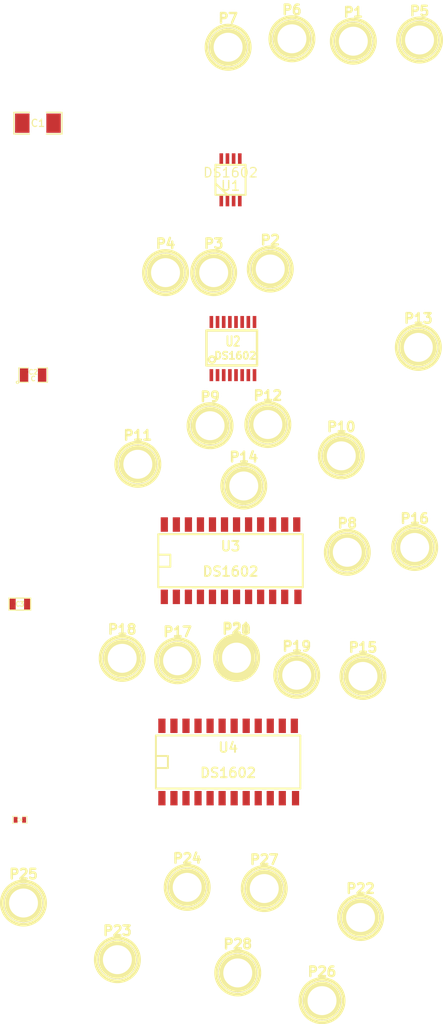
<source format=kicad_pcb>
(kicad_pcb (version 3) (host pcbnew "(2013-07-07 BZR 4022)-stable")

  (general
    (links 42)
    (no_connects 42)
    (area 155.880999 95.682999 211.911001 140.537001)
    (thickness 1.6)
    (drawings 0)
    (tracks 0)
    (zones 0)
    (modules 36)
    (nets 27)
  )

  (page A3)
  (layers
    (15 F.Cu signal)
    (0 B.Cu signal)
    (16 B.Adhes user)
    (17 F.Adhes user)
    (18 B.Paste user)
    (19 F.Paste user)
    (20 B.SilkS user)
    (21 F.SilkS user)
    (22 B.Mask user)
    (23 F.Mask user)
    (24 Dwgs.User user)
    (25 Cmts.User user)
    (26 Eco1.User user)
    (27 Eco2.User user)
    (28 Edge.Cuts user)
  )

  (setup
    (last_trace_width 0.254)
    (trace_clearance 0.254)
    (zone_clearance 0.508)
    (zone_45_only no)
    (trace_min 0.254)
    (segment_width 0.2)
    (edge_width 0.15)
    (via_size 0.889)
    (via_drill 0.635)
    (via_min_size 0.889)
    (via_min_drill 0.508)
    (uvia_size 0.508)
    (uvia_drill 0.127)
    (uvias_allowed no)
    (uvia_min_size 0.508)
    (uvia_min_drill 0.127)
    (pcb_text_width 0.3)
    (pcb_text_size 1 1)
    (mod_edge_width 0.15)
    (mod_text_size 1 1)
    (mod_text_width 0.15)
    (pad_size 1 1)
    (pad_drill 0.6)
    (pad_to_mask_clearance 0)
    (aux_axis_origin 0 0)
    (visible_elements 7FFFFFFF)
    (pcbplotparams
      (layerselection 3178497)
      (usegerberextensions true)
      (excludeedgelayer true)
      (linewidth 0.150000)
      (plotframeref false)
      (viasonmask false)
      (mode 1)
      (useauxorigin false)
      (hpglpennumber 1)
      (hpglpenspeed 20)
      (hpglpendiameter 15)
      (hpglpenoverlay 2)
      (psnegative false)
      (psa4output false)
      (plotreference true)
      (plotvalue true)
      (plotothertext true)
      (plotinvisibletext false)
      (padsonsilk false)
      (subtractmaskfromsilk false)
      (outputformat 1)
      (mirror false)
      (drillshape 1)
      (scaleselection 1)
      (outputdirectory ""))
  )

  (net 0 "")
  (net 1 GND)
  (net 2 N-000001)
  (net 3 N-0000010)
  (net 4 N-0000011)
  (net 5 N-0000012)
  (net 6 N-0000013)
  (net 7 N-0000014)
  (net 8 N-0000016)
  (net 9 N-0000017)
  (net 10 N-0000018)
  (net 11 N-000002)
  (net 12 N-0000020)
  (net 13 N-0000021)
  (net 14 N-0000022)
  (net 15 N-0000023)
  (net 16 N-0000024)
  (net 17 N-0000025)
  (net 18 N-0000026)
  (net 19 N-000003)
  (net 20 N-000004)
  (net 21 N-000005)
  (net 22 N-000006)
  (net 23 N-000007)
  (net 24 N-000008)
  (net 25 N-000009)
  (net 26 VCC)

  (net_class Default "This is the default net class."
    (clearance 0.254)
    (trace_width 0.254)
    (via_dia 0.889)
    (via_drill 0.635)
    (uvia_dia 0.508)
    (uvia_drill 0.127)
    (add_net "")
    (add_net GND)
    (add_net N-000001)
    (add_net N-0000010)
    (add_net N-0000011)
    (add_net N-0000012)
    (add_net N-0000013)
    (add_net N-0000014)
    (add_net N-0000016)
    (add_net N-0000017)
    (add_net N-0000018)
    (add_net N-000002)
    (add_net N-0000020)
    (add_net N-0000021)
    (add_net N-0000022)
    (add_net N-0000023)
    (add_net N-0000024)
    (add_net N-0000025)
    (add_net N-0000026)
    (add_net N-000003)
    (add_net N-000004)
    (add_net N-000005)
    (add_net N-000006)
    (add_net N-000007)
    (add_net N-000008)
    (add_net N-000009)
    (add_net VCC)
  )

  (module TSSOP16 (layer F.Cu) (tedit 4E43E09E) (tstamp 52E4C7B0)
    (at 144.78 87.249)
    (path /52E4B9A0)
    (attr smd)
    (fp_text reference U2 (at 0 -0.7493) (layer F.SilkS)
      (effects (font (size 1.016 0.762) (thickness 0.1905)))
    )
    (fp_text value DS1602 (at 0.24892 0.7493) (layer F.SilkS)
      (effects (font (size 0.762 0.762) (thickness 0.1905)))
    )
    (fp_line (start -2.794 -1.905) (end 2.54 -1.905) (layer F.SilkS) (width 0.254))
    (fp_line (start 2.54 -1.905) (end 2.54 1.778) (layer F.SilkS) (width 0.254))
    (fp_line (start 2.54 1.778) (end -2.794 1.778) (layer F.SilkS) (width 0.254))
    (fp_line (start -2.794 1.778) (end -2.794 -1.905) (layer F.SilkS) (width 0.254))
    (fp_circle (center -2.20218 1.15824) (end -2.40538 1.41224) (layer F.SilkS) (width 0.254))
    (pad 1 smd rect (at -2.27584 2.79908) (size 0.381 1.27)
      (layers F.Cu F.Paste F.Mask)
      (net 20 N-000004)
    )
    (pad 2 smd rect (at -1.6256 2.79908) (size 0.381 1.27)
      (layers F.Cu F.Paste F.Mask)
      (net 14 N-0000022)
    )
    (pad 3 smd rect (at -0.97536 2.79908) (size 0.381 1.27)
      (layers F.Cu F.Paste F.Mask)
      (net 21 N-000005)
    )
    (pad 4 smd rect (at -0.32512 2.79908) (size 0.381 1.27)
      (layers F.Cu F.Paste F.Mask)
      (net 1 GND)
    )
    (pad 5 smd rect (at 0.32512 2.79908) (size 0.381 1.27)
      (layers F.Cu F.Paste F.Mask)
      (net 16 N-0000024)
    )
    (pad 6 smd rect (at 0.97536 2.79908) (size 0.381 1.27)
      (layers F.Cu F.Paste F.Mask)
      (net 19 N-000003)
    )
    (pad 7 smd rect (at 1.6256 2.79908) (size 0.381 1.27)
      (layers F.Cu F.Paste F.Mask)
      (net 2 N-000001)
    )
    (pad 8 smd rect (at 2.27584 2.79908) (size 0.381 1.27)
      (layers F.Cu F.Paste F.Mask)
      (net 16 N-0000024)
    )
    (pad 9 smd rect (at 2.27584 -2.79908) (size 0.381 1.27)
      (layers F.Cu F.Paste F.Mask)
    )
    (pad 10 smd rect (at 1.6256 -2.79908) (size 0.381 1.27)
      (layers F.Cu F.Paste F.Mask)
    )
    (pad 11 smd rect (at 0.97536 -2.79908) (size 0.381 1.27)
      (layers F.Cu F.Paste F.Mask)
    )
    (pad 12 smd rect (at 0.32512 -2.79908) (size 0.381 1.27)
      (layers F.Cu F.Paste F.Mask)
    )
    (pad 13 smd rect (at -0.32512 -2.79908) (size 0.381 1.27)
      (layers F.Cu F.Paste F.Mask)
    )
    (pad 14 smd rect (at -0.97536 -2.79908) (size 0.381 1.27)
      (layers F.Cu F.Paste F.Mask)
    )
    (pad 15 smd rect (at -1.6256 -2.79908) (size 0.381 1.27)
      (layers F.Cu F.Paste F.Mask)
    )
    (pad 16 smd rect (at -2.27584 -2.79908) (size 0.381 1.27)
      (layers F.Cu F.Paste F.Mask)
    )
    (model smd\smd_dil\tssop-16.wrl
      (at (xyz 0 0 0))
      (scale (xyz 1 1 1))
      (rotate (xyz 0 0 0))
    )
  )

  (module SOIC24 (layer F.Cu) (tedit 4289BEAB) (tstamp 52E4C7D3)
    (at 144.272 130.81)
    (path /52E4B9B7)
    (attr smd)
    (fp_text reference U4 (at 0 -1.524) (layer F.SilkS)
      (effects (font (size 1.016 1.016) (thickness 0.2032)))
    )
    (fp_text value DS1602 (at 0 1.143) (layer F.SilkS)
      (effects (font (size 1.016 1.016) (thickness 0.2032)))
    )
    (fp_line (start 7.62 -2.794) (end 7.62 2.794) (layer F.SilkS) (width 0.2032))
    (fp_line (start -7.62 -2.794) (end -7.62 2.794) (layer F.SilkS) (width 0.2032))
    (fp_line (start 7.62 -2.794) (end -7.62 -2.794) (layer F.SilkS) (width 0.2032))
    (fp_line (start -7.62 -0.635) (end -6.35 -0.635) (layer F.SilkS) (width 0.2032))
    (fp_line (start -6.35 -0.635) (end -6.35 0.635) (layer F.SilkS) (width 0.2032))
    (fp_line (start -6.35 0.635) (end -7.62 0.635) (layer F.SilkS) (width 0.2032))
    (fp_line (start -7.62 2.794) (end 7.62 2.794) (layer F.SilkS) (width 0.2032))
    (pad 1 smd rect (at -6.985 3.81) (size 0.762 1.524)
      (layers F.Cu F.Paste F.Mask)
      (net 6 N-0000013)
    )
    (pad 2 smd rect (at -5.715 3.81) (size 0.762 1.524)
      (layers F.Cu F.Paste F.Mask)
      (net 25 N-000009)
    )
    (pad 3 smd rect (at -4.445 3.81) (size 0.762 1.524)
      (layers F.Cu F.Paste F.Mask)
      (net 7 N-0000014)
    )
    (pad 4 smd rect (at -3.175 3.81) (size 0.762 1.524)
      (layers F.Cu F.Paste F.Mask)
      (net 1 GND)
    )
    (pad 5 smd rect (at -1.905 3.81) (size 0.762 1.524)
      (layers F.Cu F.Paste F.Mask)
      (net 18 N-0000026)
    )
    (pad 6 smd rect (at -0.635 3.81) (size 0.762 1.524)
      (layers F.Cu F.Paste F.Mask)
      (net 4 N-0000011)
    )
    (pad 7 smd rect (at 0.635 3.81) (size 0.762 1.524)
      (layers F.Cu F.Paste F.Mask)
      (net 5 N-0000012)
    )
    (pad 8 smd rect (at 1.905 3.81) (size 0.762 1.524)
      (layers F.Cu F.Paste F.Mask)
      (net 18 N-0000026)
    )
    (pad 9 smd rect (at 3.175 3.81) (size 0.762 1.524)
      (layers F.Cu F.Paste F.Mask)
    )
    (pad 10 smd rect (at 4.445 3.81) (size 0.762 1.524)
      (layers F.Cu F.Paste F.Mask)
    )
    (pad 11 smd rect (at 5.715 3.81) (size 0.762 1.524)
      (layers F.Cu F.Paste F.Mask)
    )
    (pad 12 smd rect (at 7.112 3.81) (size 0.762 1.524)
      (layers F.Cu F.Paste F.Mask)
    )
    (pad 24 smd rect (at -6.985 -3.81) (size 0.762 1.524)
      (layers F.Cu F.Paste F.Mask)
    )
    (pad 23 smd rect (at -5.715 -3.81) (size 0.762 1.524)
      (layers F.Cu F.Paste F.Mask)
    )
    (pad 22 smd rect (at -4.445 -3.81) (size 0.762 1.524)
      (layers F.Cu F.Paste F.Mask)
    )
    (pad 21 smd rect (at -3.175 -3.81) (size 0.762 1.524)
      (layers F.Cu F.Paste F.Mask)
    )
    (pad 20 smd rect (at -1.905 -3.81) (size 0.762 1.524)
      (layers F.Cu F.Paste F.Mask)
    )
    (pad 19 smd rect (at -0.635 -3.81) (size 0.762 1.524)
      (layers F.Cu F.Paste F.Mask)
    )
    (pad 18 smd rect (at 0.635 -3.81) (size 0.762 1.524)
      (layers F.Cu F.Paste F.Mask)
    )
    (pad 17 smd rect (at 1.905 -3.81) (size 0.762 1.524)
      (layers F.Cu F.Paste F.Mask)
    )
    (pad 16 smd rect (at 3.175 -3.81) (size 0.762 1.524)
      (layers F.Cu F.Paste F.Mask)
    )
    (pad 15 smd rect (at 4.445 -3.81) (size 0.762 1.524)
      (layers F.Cu F.Paste F.Mask)
    )
    (pad 14 smd rect (at 5.715 -3.81) (size 0.762 1.524)
      (layers F.Cu F.Paste F.Mask)
    )
    (pad 13 smd rect (at 6.985 -3.81) (size 0.762 1.524)
      (layers F.Cu F.Paste F.Mask)
    )
    (model smd/cms_soj24.wrl
      (at (xyz 0 0 0))
      (scale (xyz 0.5 0.6 0.5))
      (rotate (xyz 0 0 0))
    )
  )

  (module SOIC24 (layer F.Cu) (tedit 4289BEAB) (tstamp 52E4C7F6)
    (at 144.526 109.601)
    (path /52E4B9C5)
    (attr smd)
    (fp_text reference U3 (at 0 -1.524) (layer F.SilkS)
      (effects (font (size 1.016 1.016) (thickness 0.2032)))
    )
    (fp_text value DS1602 (at 0 1.143) (layer F.SilkS)
      (effects (font (size 1.016 1.016) (thickness 0.2032)))
    )
    (fp_line (start 7.62 -2.794) (end 7.62 2.794) (layer F.SilkS) (width 0.2032))
    (fp_line (start -7.62 -2.794) (end -7.62 2.794) (layer F.SilkS) (width 0.2032))
    (fp_line (start 7.62 -2.794) (end -7.62 -2.794) (layer F.SilkS) (width 0.2032))
    (fp_line (start -7.62 -0.635) (end -6.35 -0.635) (layer F.SilkS) (width 0.2032))
    (fp_line (start -6.35 -0.635) (end -6.35 0.635) (layer F.SilkS) (width 0.2032))
    (fp_line (start -6.35 0.635) (end -7.62 0.635) (layer F.SilkS) (width 0.2032))
    (fp_line (start -7.62 2.794) (end 7.62 2.794) (layer F.SilkS) (width 0.2032))
    (pad 1 smd rect (at -6.985 3.81) (size 0.762 1.524)
      (layers F.Cu F.Paste F.Mask)
      (net 24 N-000008)
    )
    (pad 2 smd rect (at -5.715 3.81) (size 0.762 1.524)
      (layers F.Cu F.Paste F.Mask)
      (net 3 N-0000010)
    )
    (pad 3 smd rect (at -4.445 3.81) (size 0.762 1.524)
      (layers F.Cu F.Paste F.Mask)
      (net 23 N-000007)
    )
    (pad 4 smd rect (at -3.175 3.81) (size 0.762 1.524)
      (layers F.Cu F.Paste F.Mask)
      (net 1 GND)
    )
    (pad 5 smd rect (at -1.905 3.81) (size 0.762 1.524)
      (layers F.Cu F.Paste F.Mask)
      (net 17 N-0000025)
    )
    (pad 6 smd rect (at -0.635 3.81) (size 0.762 1.524)
      (layers F.Cu F.Paste F.Mask)
      (net 11 N-000002)
    )
    (pad 7 smd rect (at 0.635 3.81) (size 0.762 1.524)
      (layers F.Cu F.Paste F.Mask)
      (net 22 N-000006)
    )
    (pad 8 smd rect (at 1.905 3.81) (size 0.762 1.524)
      (layers F.Cu F.Paste F.Mask)
      (net 17 N-0000025)
    )
    (pad 9 smd rect (at 3.175 3.81) (size 0.762 1.524)
      (layers F.Cu F.Paste F.Mask)
    )
    (pad 10 smd rect (at 4.445 3.81) (size 0.762 1.524)
      (layers F.Cu F.Paste F.Mask)
    )
    (pad 11 smd rect (at 5.715 3.81) (size 0.762 1.524)
      (layers F.Cu F.Paste F.Mask)
    )
    (pad 12 smd rect (at 7.112 3.81) (size 0.762 1.524)
      (layers F.Cu F.Paste F.Mask)
    )
    (pad 24 smd rect (at -6.985 -3.81) (size 0.762 1.524)
      (layers F.Cu F.Paste F.Mask)
    )
    (pad 23 smd rect (at -5.715 -3.81) (size 0.762 1.524)
      (layers F.Cu F.Paste F.Mask)
    )
    (pad 22 smd rect (at -4.445 -3.81) (size 0.762 1.524)
      (layers F.Cu F.Paste F.Mask)
    )
    (pad 21 smd rect (at -3.175 -3.81) (size 0.762 1.524)
      (layers F.Cu F.Paste F.Mask)
    )
    (pad 20 smd rect (at -1.905 -3.81) (size 0.762 1.524)
      (layers F.Cu F.Paste F.Mask)
    )
    (pad 19 smd rect (at -0.635 -3.81) (size 0.762 1.524)
      (layers F.Cu F.Paste F.Mask)
    )
    (pad 18 smd rect (at 0.635 -3.81) (size 0.762 1.524)
      (layers F.Cu F.Paste F.Mask)
    )
    (pad 17 smd rect (at 1.905 -3.81) (size 0.762 1.524)
      (layers F.Cu F.Paste F.Mask)
    )
    (pad 16 smd rect (at 3.175 -3.81) (size 0.762 1.524)
      (layers F.Cu F.Paste F.Mask)
    )
    (pad 15 smd rect (at 4.445 -3.81) (size 0.762 1.524)
      (layers F.Cu F.Paste F.Mask)
    )
    (pad 14 smd rect (at 5.715 -3.81) (size 0.762 1.524)
      (layers F.Cu F.Paste F.Mask)
    )
    (pad 13 smd rect (at 6.985 -3.81) (size 0.762 1.524)
      (layers F.Cu F.Paste F.Mask)
    )
    (model smd/cms_soj24.wrl
      (at (xyz 0 0 0))
      (scale (xyz 0.5 0.6 0.5))
      (rotate (xyz 0 0 0))
    )
  )

  (module SM1206 (layer F.Cu) (tedit 42806E24) (tstamp 52E4C802)
    (at 124.206 63.5)
    (path /52E4BB5C)
    (attr smd)
    (fp_text reference C1 (at 0 0) (layer F.SilkS)
      (effects (font (size 0.762 0.762) (thickness 0.127)))
    )
    (fp_text value C (at 0 0) (layer F.SilkS) hide
      (effects (font (size 0.762 0.762) (thickness 0.127)))
    )
    (fp_line (start -2.54 -1.143) (end -2.54 1.143) (layer F.SilkS) (width 0.127))
    (fp_line (start -2.54 1.143) (end -0.889 1.143) (layer F.SilkS) (width 0.127))
    (fp_line (start 0.889 -1.143) (end 2.54 -1.143) (layer F.SilkS) (width 0.127))
    (fp_line (start 2.54 -1.143) (end 2.54 1.143) (layer F.SilkS) (width 0.127))
    (fp_line (start 2.54 1.143) (end 0.889 1.143) (layer F.SilkS) (width 0.127))
    (fp_line (start -0.889 -1.143) (end -2.54 -1.143) (layer F.SilkS) (width 0.127))
    (pad 1 smd rect (at -1.651 0) (size 1.524 2.032)
      (layers F.Cu F.Paste F.Mask)
      (net 26 VCC)
    )
    (pad 2 smd rect (at 1.651 0) (size 1.524 2.032)
      (layers F.Cu F.Paste F.Mask)
      (net 12 N-0000020)
    )
    (model smd/chip_cms.wrl
      (at (xyz 0 0 0))
      (scale (xyz 0.17 0.16 0.16))
      (rotate (xyz 0 0 0))
    )
  )

  (module SM0805 (layer F.Cu) (tedit 5091495C) (tstamp 52E4C80F)
    (at 123.698 90.043)
    (path /52E4BB7D)
    (attr smd)
    (fp_text reference C2 (at 0 -0.3175) (layer F.SilkS)
      (effects (font (size 0.50038 0.50038) (thickness 0.10922)))
    )
    (fp_text value C (at 0 0.381) (layer F.SilkS)
      (effects (font (size 0.50038 0.50038) (thickness 0.10922)))
    )
    (fp_circle (center -1.651 0.762) (end -1.651 0.635) (layer F.SilkS) (width 0.09906))
    (fp_line (start -0.508 0.762) (end -1.524 0.762) (layer F.SilkS) (width 0.09906))
    (fp_line (start -1.524 0.762) (end -1.524 -0.762) (layer F.SilkS) (width 0.09906))
    (fp_line (start -1.524 -0.762) (end -0.508 -0.762) (layer F.SilkS) (width 0.09906))
    (fp_line (start 0.508 -0.762) (end 1.524 -0.762) (layer F.SilkS) (width 0.09906))
    (fp_line (start 1.524 -0.762) (end 1.524 0.762) (layer F.SilkS) (width 0.09906))
    (fp_line (start 1.524 0.762) (end 0.508 0.762) (layer F.SilkS) (width 0.09906))
    (pad 1 smd rect (at -0.9525 0) (size 0.889 1.397)
      (layers F.Cu F.Paste F.Mask)
      (net 26 VCC)
    )
    (pad 2 smd rect (at 0.9525 0) (size 0.889 1.397)
      (layers F.Cu F.Paste F.Mask)
      (net 16 N-0000024)
    )
    (model smd/chip_cms.wrl
      (at (xyz 0 0 0))
      (scale (xyz 0.1 0.1 0.1))
      (rotate (xyz 0 0 0))
    )
  )

  (module SM0603 (layer F.Cu) (tedit 4E43A3D1) (tstamp 52E4C819)
    (at 122.301 114.173)
    (path /52E4BB83)
    (attr smd)
    (fp_text reference C3 (at 0 0) (layer F.SilkS)
      (effects (font (size 0.508 0.4572) (thickness 0.1143)))
    )
    (fp_text value C (at 0 0) (layer F.SilkS) hide
      (effects (font (size 0.508 0.4572) (thickness 0.1143)))
    )
    (fp_line (start -1.143 -0.635) (end 1.143 -0.635) (layer F.SilkS) (width 0.127))
    (fp_line (start 1.143 -0.635) (end 1.143 0.635) (layer F.SilkS) (width 0.127))
    (fp_line (start 1.143 0.635) (end -1.143 0.635) (layer F.SilkS) (width 0.127))
    (fp_line (start -1.143 0.635) (end -1.143 -0.635) (layer F.SilkS) (width 0.127))
    (pad 1 smd rect (at -0.762 0) (size 0.635 1.143)
      (layers F.Cu F.Paste F.Mask)
      (net 26 VCC)
    )
    (pad 2 smd rect (at 0.762 0) (size 0.635 1.143)
      (layers F.Cu F.Paste F.Mask)
      (net 17 N-0000025)
    )
    (model smd\resistors\R0603.wrl
      (at (xyz 0 0 0.001))
      (scale (xyz 0.5 0.5 0.5))
      (rotate (xyz 0 0 0))
    )
  )

  (module SM0402 (layer F.Cu) (tedit 50A4E0BA) (tstamp 52E4C825)
    (at 122.301 136.906)
    (path /52E4BBA1)
    (attr smd)
    (fp_text reference C4 (at 0 0) (layer F.SilkS)
      (effects (font (size 0.35052 0.3048) (thickness 0.07112)))
    )
    (fp_text value C (at 0.09906 0) (layer F.SilkS) hide
      (effects (font (size 0.35052 0.3048) (thickness 0.07112)))
    )
    (fp_line (start -0.254 -0.381) (end -0.762 -0.381) (layer F.SilkS) (width 0.07112))
    (fp_line (start -0.762 -0.381) (end -0.762 0.381) (layer F.SilkS) (width 0.07112))
    (fp_line (start -0.762 0.381) (end -0.254 0.381) (layer F.SilkS) (width 0.07112))
    (fp_line (start 0.254 -0.381) (end 0.762 -0.381) (layer F.SilkS) (width 0.07112))
    (fp_line (start 0.762 -0.381) (end 0.762 0.381) (layer F.SilkS) (width 0.07112))
    (fp_line (start 0.762 0.381) (end 0.254 0.381) (layer F.SilkS) (width 0.07112))
    (pad 1 smd rect (at -0.44958 0) (size 0.39878 0.59944)
      (layers F.Cu F.Paste F.Mask)
      (net 26 VCC)
    )
    (pad 2 smd rect (at 0.44958 0) (size 0.39878 0.59944)
      (layers F.Cu F.Paste F.Mask)
      (net 18 N-0000026)
    )
    (model smd\chip_cms.wrl
      (at (xyz 0 0 0.002))
      (scale (xyz 0.05 0.05 0.05))
      (rotate (xyz 0 0 0))
    )
  )

  (module MSOP_8 (layer F.Cu) (tedit 48A96A8A) (tstamp 52E4C836)
    (at 144.526 69.469)
    (path /52E4B9CB)
    (fp_text reference U1 (at 0 0.635) (layer F.SilkS)
      (effects (font (size 1.00076 1.00076) (thickness 0.1524)))
    )
    (fp_text value DS1602 (at 0 -0.762) (layer F.SilkS)
      (effects (font (size 1.00076 1.00076) (thickness 0.127)))
    )
    (fp_line (start -0.3175 1.5875) (end -1.5875 0.381) (layer F.SilkS) (width 0.2032))
    (fp_line (start -1.5875 1.5875) (end 1.5875 1.5875) (layer F.SilkS) (width 0.2032))
    (fp_line (start 1.5875 1.5875) (end 1.5875 -1.5875) (layer F.SilkS) (width 0.2032))
    (fp_line (start 1.5875 -1.5875) (end -1.5875 -1.5875) (layer F.SilkS) (width 0.2032))
    (fp_line (start -1.5875 -1.5875) (end -1.5875 1.5875) (layer F.SilkS) (width 0.2032))
    (pad 1 smd rect (at -0.97536 2.159) (size 0.381 1.27)
      (layers F.Cu F.Paste F.Mask)
      (net 13 N-0000021)
    )
    (pad 2 smd rect (at -0.32512 2.159) (size 0.381 1.27)
      (layers F.Cu F.Paste F.Mask)
      (net 15 N-0000023)
    )
    (pad 3 smd rect (at 0.32512 2.159) (size 0.381 1.27)
      (layers F.Cu F.Paste F.Mask)
      (net 8 N-0000016)
    )
    (pad 4 smd rect (at 0.97536 2.159) (size 0.381 1.27)
      (layers F.Cu F.Paste F.Mask)
      (net 1 GND)
    )
    (pad 5 smd rect (at 0.97536 -2.159) (size 0.381 1.27)
      (layers F.Cu F.Paste F.Mask)
      (net 12 N-0000020)
    )
    (pad 6 smd rect (at 0.32512 -2.159) (size 0.381 1.27)
      (layers F.Cu F.Paste F.Mask)
      (net 10 N-0000018)
    )
    (pad 7 smd rect (at -0.32512 -2.159) (size 0.381 1.27)
      (layers F.Cu F.Paste F.Mask)
      (net 9 N-0000017)
    )
    (pad 8 smd rect (at -0.97536 -2.159) (size 0.381 1.27)
      (layers F.Cu F.Paste F.Mask)
      (net 12 N-0000020)
    )
    (model smd/MSOP_8.wrl
      (at (xyz 0 0 0.001))
      (scale (xyz 0.3937 0.3937 0.3937))
      (rotate (xyz 0 0 0))
    )
  )

  (module 1pin (layer F.Cu) (tedit 200000) (tstamp 52E4C83C)
    (at 163.957 108.204)
    (descr "module 1 pin (ou trou mecanique de percage)")
    (tags DEV)
    (path /52E4BDF9)
    (fp_text reference P16 (at 0 -3.048) (layer F.SilkS)
      (effects (font (size 1.016 1.016) (thickness 0.254)))
    )
    (fp_text value CONN_1 (at 0 2.794) (layer F.SilkS) hide
      (effects (font (size 1.016 1.016) (thickness 0.254)))
    )
    (fp_circle (center 0 0) (end 0 -2.286) (layer F.SilkS) (width 0.381))
    (pad 1 thru_hole circle (at 0 0) (size 4.064 4.064) (drill 3.048)
      (layers *.Cu *.Mask F.SilkS)
      (net 3 N-0000010)
    )
  )

  (module 1pin (layer F.Cu) (tedit 200000) (tstamp 52E4C842)
    (at 145.161 119.888)
    (descr "module 1 pin (ou trou mecanique de percage)")
    (tags DEV)
    (path /52E4BDB9)
    (fp_text reference P20 (at 0 -3.048) (layer F.SilkS)
      (effects (font (size 1.016 1.016) (thickness 0.254)))
    )
    (fp_text value CONN_1 (at 0 2.794) (layer F.SilkS) hide
      (effects (font (size 1.016 1.016) (thickness 0.254)))
    )
    (fp_circle (center 0 0) (end 0 -2.286) (layer F.SilkS) (width 0.381))
    (pad 1 thru_hole circle (at 0 0) (size 4.064 4.064) (drill 3.048)
      (layers *.Cu *.Mask F.SilkS)
      (net 22 N-000006)
    )
  )

  (module 1pin (layer F.Cu) (tedit 200000) (tstamp 52E4C848)
    (at 145.161 119.761)
    (descr "module 1 pin (ou trou mecanique de percage)")
    (tags DEV)
    (path /52E4BDBF)
    (fp_text reference P21 (at 0 -3.048) (layer F.SilkS)
      (effects (font (size 1.016 1.016) (thickness 0.254)))
    )
    (fp_text value CONN_1 (at 0 2.794) (layer F.SilkS) hide
      (effects (font (size 1.016 1.016) (thickness 0.254)))
    )
    (fp_circle (center 0 0) (end 0 -2.286) (layer F.SilkS) (width 0.381))
    (pad 1 thru_hole circle (at 0 0) (size 4.064 4.064) (drill 3.048)
      (layers *.Cu *.Mask F.SilkS)
      (net 11 N-000002)
    )
  )

  (module 1pin (layer F.Cu) (tedit 200000) (tstamp 52E4C84E)
    (at 158.242 147.193)
    (descr "module 1 pin (ou trou mecanique de percage)")
    (tags DEV)
    (path /52E4BDC5)
    (fp_text reference P22 (at 0 -3.048) (layer F.SilkS)
      (effects (font (size 1.016 1.016) (thickness 0.254)))
    )
    (fp_text value CONN_1 (at 0 2.794) (layer F.SilkS) hide
      (effects (font (size 1.016 1.016) (thickness 0.254)))
    )
    (fp_circle (center 0 0) (end 0 -2.286) (layer F.SilkS) (width 0.381))
    (pad 1 thru_hole circle (at 0 0) (size 4.064 4.064) (drill 3.048)
      (layers *.Cu *.Mask F.SilkS)
      (net 18 N-0000026)
    )
  )

  (module 1pin (layer F.Cu) (tedit 200000) (tstamp 52E4C854)
    (at 139.954 144.018)
    (descr "module 1 pin (ou trou mecanique de percage)")
    (tags DEV)
    (path /52E4BDCB)
    (fp_text reference P24 (at 0 -3.048) (layer F.SilkS)
      (effects (font (size 1.016 1.016) (thickness 0.254)))
    )
    (fp_text value CONN_1 (at 0 2.794) (layer F.SilkS) hide
      (effects (font (size 1.016 1.016) (thickness 0.254)))
    )
    (fp_circle (center 0 0) (end 0 -2.286) (layer F.SilkS) (width 0.381))
    (pad 1 thru_hole circle (at 0 0) (size 4.064 4.064) (drill 3.048)
      (layers *.Cu *.Mask F.SilkS)
      (net 7 N-0000014)
    )
  )

  (module 1pin (layer F.Cu) (tedit 200000) (tstamp 52E4C85A)
    (at 122.682 145.669)
    (descr "module 1 pin (ou trou mecanique de percage)")
    (tags DEV)
    (path /52E4BDD1)
    (fp_text reference P25 (at 0 -3.048) (layer F.SilkS)
      (effects (font (size 1.016 1.016) (thickness 0.254)))
    )
    (fp_text value CONN_1 (at 0 2.794) (layer F.SilkS) hide
      (effects (font (size 1.016 1.016) (thickness 0.254)))
    )
    (fp_circle (center 0 0) (end 0 -2.286) (layer F.SilkS) (width 0.381))
    (pad 1 thru_hole circle (at 0 0) (size 4.064 4.064) (drill 3.048)
      (layers *.Cu *.Mask F.SilkS)
      (net 6 N-0000013)
    )
  )

  (module 1pin (layer F.Cu) (tedit 200000) (tstamp 52E4C860)
    (at 148.082 144.145)
    (descr "module 1 pin (ou trou mecanique de percage)")
    (tags DEV)
    (path /52E4BDD7)
    (fp_text reference P27 (at 0 -3.048) (layer F.SilkS)
      (effects (font (size 1.016 1.016) (thickness 0.254)))
    )
    (fp_text value CONN_1 (at 0 2.794) (layer F.SilkS) hide
      (effects (font (size 1.016 1.016) (thickness 0.254)))
    )
    (fp_circle (center 0 0) (end 0 -2.286) (layer F.SilkS) (width 0.381))
    (pad 1 thru_hole circle (at 0 0) (size 4.064 4.064) (drill 3.048)
      (layers *.Cu *.Mask F.SilkS)
      (net 5 N-0000012)
    )
  )

  (module 1pin (layer F.Cu) (tedit 200000) (tstamp 52E4C866)
    (at 145.288 153.035)
    (descr "module 1 pin (ou trou mecanique de percage)")
    (tags DEV)
    (path /52E4BDE7)
    (fp_text reference P28 (at 0 -3.048) (layer F.SilkS)
      (effects (font (size 1.016 1.016) (thickness 0.254)))
    )
    (fp_text value CONN_1 (at 0 2.794) (layer F.SilkS) hide
      (effects (font (size 1.016 1.016) (thickness 0.254)))
    )
    (fp_circle (center 0 0) (end 0 -2.286) (layer F.SilkS) (width 0.381))
    (pad 1 thru_hole circle (at 0 0) (size 4.064 4.064) (drill 3.048)
      (layers *.Cu *.Mask F.SilkS)
      (net 4 N-0000011)
    )
  )

  (module 1pin (layer F.Cu) (tedit 200000) (tstamp 52E4C86C)
    (at 142.367 95.377)
    (descr "module 1 pin (ou trou mecanique de percage)")
    (tags DEV)
    (path /52E4BDED)
    (fp_text reference P9 (at 0 -3.048) (layer F.SilkS)
      (effects (font (size 1.016 1.016) (thickness 0.254)))
    )
    (fp_text value CONN_1 (at 0 2.794) (layer F.SilkS) hide
      (effects (font (size 1.016 1.016) (thickness 0.254)))
    )
    (fp_circle (center 0 0) (end 0 -2.286) (layer F.SilkS) (width 0.381))
    (pad 1 thru_hole circle (at 0 0) (size 4.064 4.064) (drill 3.048)
      (layers *.Cu *.Mask F.SilkS)
      (net 14 N-0000022)
    )
  )

  (module 1pin (layer F.Cu) (tedit 200000) (tstamp 52E4C872)
    (at 148.463 95.25)
    (descr "module 1 pin (ou trou mecanique de percage)")
    (tags DEV)
    (path /52E4BDF3)
    (fp_text reference P12 (at 0 -3.048) (layer F.SilkS)
      (effects (font (size 1.016 1.016) (thickness 0.254)))
    )
    (fp_text value CONN_1 (at 0 2.794) (layer F.SilkS) hide
      (effects (font (size 1.016 1.016) (thickness 0.254)))
    )
    (fp_circle (center 0 0) (end 0 -2.286) (layer F.SilkS) (width 0.381))
    (pad 1 thru_hole circle (at 0 0) (size 4.064 4.064) (drill 3.048)
      (layers *.Cu *.Mask F.SilkS)
      (net 16 N-0000024)
    )
  )

  (module 1pin (layer F.Cu) (tedit 200000) (tstamp 52E4C878)
    (at 145.923 101.727)
    (descr "module 1 pin (ou trou mecanique de percage)")
    (tags DEV)
    (path /52E4BDA1)
    (fp_text reference P14 (at 0 -3.048) (layer F.SilkS)
      (effects (font (size 1.016 1.016) (thickness 0.254)))
    )
    (fp_text value CONN_1 (at 0 2.794) (layer F.SilkS) hide
      (effects (font (size 1.016 1.016) (thickness 0.254)))
    )
    (fp_circle (center 0 0) (end 0 -2.286) (layer F.SilkS) (width 0.381))
    (pad 1 thru_hole circle (at 0 0) (size 4.064 4.064) (drill 3.048)
      (layers *.Cu *.Mask F.SilkS)
      (net 19 N-000003)
    )
  )

  (module 1pin (layer F.Cu) (tedit 200000) (tstamp 52E4C87E)
    (at 151.511 121.666)
    (descr "module 1 pin (ou trou mecanique de percage)")
    (tags DEV)
    (path /52E4BDFF)
    (fp_text reference P19 (at 0 -3.048) (layer F.SilkS)
      (effects (font (size 1.016 1.016) (thickness 0.254)))
    )
    (fp_text value CONN_1 (at 0 2.794) (layer F.SilkS) hide
      (effects (font (size 1.016 1.016) (thickness 0.254)))
    )
    (fp_circle (center 0 0) (end 0 -2.286) (layer F.SilkS) (width 0.381))
    (pad 1 thru_hole circle (at 0 0) (size 4.064 4.064) (drill 3.048)
      (layers *.Cu *.Mask F.SilkS)
      (net 17 N-0000025)
    )
  )

  (module 1pin (layer F.Cu) (tedit 200000) (tstamp 52E4C884)
    (at 132.588 151.638)
    (descr "module 1 pin (ou trou mecanique de percage)")
    (tags DEV)
    (path /52E4BE05)
    (fp_text reference P23 (at 0 -3.048) (layer F.SilkS)
      (effects (font (size 1.016 1.016) (thickness 0.254)))
    )
    (fp_text value CONN_1 (at 0 2.794) (layer F.SilkS) hide
      (effects (font (size 1.016 1.016) (thickness 0.254)))
    )
    (fp_circle (center 0 0) (end 0 -2.286) (layer F.SilkS) (width 0.381))
    (pad 1 thru_hole circle (at 0 0) (size 4.064 4.064) (drill 3.048)
      (layers *.Cu *.Mask F.SilkS)
      (net 25 N-000009)
    )
  )

  (module 1pin (layer F.Cu) (tedit 200000) (tstamp 52E4C88A)
    (at 154.178 155.956)
    (descr "module 1 pin (ou trou mecanique de percage)")
    (tags DEV)
    (path /52E4BE0B)
    (fp_text reference P26 (at 0 -3.048) (layer F.SilkS)
      (effects (font (size 1.016 1.016) (thickness 0.254)))
    )
    (fp_text value CONN_1 (at 0 2.794) (layer F.SilkS) hide
      (effects (font (size 1.016 1.016) (thickness 0.254)))
    )
    (fp_circle (center 0 0) (end 0 -2.286) (layer F.SilkS) (width 0.381))
    (pad 1 thru_hole circle (at 0 0) (size 4.064 4.064) (drill 3.048)
      (layers *.Cu *.Mask F.SilkS)
      (net 18 N-0000026)
    )
  )

  (module 1pin (layer F.Cu) (tedit 200000) (tstamp 52E4C890)
    (at 158.496 121.793)
    (descr "module 1 pin (ou trou mecanique de percage)")
    (tags DEV)
    (path /52E4BDB3)
    (fp_text reference P15 (at 0 -3.048) (layer F.SilkS)
      (effects (font (size 1.016 1.016) (thickness 0.254)))
    )
    (fp_text value CONN_1 (at 0 2.794) (layer F.SilkS) hide
      (effects (font (size 1.016 1.016) (thickness 0.254)))
    )
    (fp_circle (center 0 0) (end 0 -2.286) (layer F.SilkS) (width 0.381))
    (pad 1 thru_hole circle (at 0 0) (size 4.064 4.064) (drill 3.048)
      (layers *.Cu *.Mask F.SilkS)
      (net 17 N-0000025)
    )
  )

  (module 1pin (layer F.Cu) (tedit 200000) (tstamp 52E4C896)
    (at 133.096 119.888)
    (descr "module 1 pin (ou trou mecanique de percage)")
    (tags DEV)
    (path /52E4BDAD)
    (fp_text reference P18 (at 0 -3.048) (layer F.SilkS)
      (effects (font (size 1.016 1.016) (thickness 0.254)))
    )
    (fp_text value CONN_1 (at 0 2.794) (layer F.SilkS) hide
      (effects (font (size 1.016 1.016) (thickness 0.254)))
    )
    (fp_circle (center 0 0) (end 0 -2.286) (layer F.SilkS) (width 0.381))
    (pad 1 thru_hole circle (at 0 0) (size 4.064 4.064) (drill 3.048)
      (layers *.Cu *.Mask F.SilkS)
      (net 24 N-000008)
    )
  )

  (module 1pin (layer F.Cu) (tedit 200000) (tstamp 52E4C89C)
    (at 138.938 120.142)
    (descr "module 1 pin (ou trou mecanique de percage)")
    (tags DEV)
    (path /52E4BDA7)
    (fp_text reference P17 (at 0 -3.048) (layer F.SilkS)
      (effects (font (size 1.016 1.016) (thickness 0.254)))
    )
    (fp_text value CONN_1 (at 0 2.794) (layer F.SilkS) hide
      (effects (font (size 1.016 1.016) (thickness 0.254)))
    )
    (fp_circle (center 0 0) (end 0 -2.286) (layer F.SilkS) (width 0.381))
    (pad 1 thru_hole circle (at 0 0) (size 4.064 4.064) (drill 3.048)
      (layers *.Cu *.Mask F.SilkS)
      (net 23 N-000007)
    )
  )

  (module 1pin (layer F.Cu) (tedit 200000) (tstamp 52E4C8A2)
    (at 164.338 87.122)
    (descr "module 1 pin (ou trou mecanique de percage)")
    (tags DEV)
    (path /52E4BD9B)
    (fp_text reference P13 (at 0 -3.048) (layer F.SilkS)
      (effects (font (size 1.016 1.016) (thickness 0.254)))
    )
    (fp_text value CONN_1 (at 0 2.794) (layer F.SilkS) hide
      (effects (font (size 1.016 1.016) (thickness 0.254)))
    )
    (fp_circle (center 0 0) (end 0 -2.286) (layer F.SilkS) (width 0.381))
    (pad 1 thru_hole circle (at 0 0) (size 4.064 4.064) (drill 3.048)
      (layers *.Cu *.Mask F.SilkS)
      (net 2 N-000001)
    )
  )

  (module 1pin (layer F.Cu) (tedit 200000) (tstamp 52E4C8A8)
    (at 134.747 99.441)
    (descr "module 1 pin (ou trou mecanique de percage)")
    (tags DEV)
    (path /52E4BD95)
    (fp_text reference P11 (at 0 -3.048) (layer F.SilkS)
      (effects (font (size 1.016 1.016) (thickness 0.254)))
    )
    (fp_text value CONN_1 (at 0 2.794) (layer F.SilkS) hide
      (effects (font (size 1.016 1.016) (thickness 0.254)))
    )
    (fp_circle (center 0 0) (end 0 -2.286) (layer F.SilkS) (width 0.381))
    (pad 1 thru_hole circle (at 0 0) (size 4.064 4.064) (drill 3.048)
      (layers *.Cu *.Mask F.SilkS)
      (net 20 N-000004)
    )
  )

  (module 1pin (layer F.Cu) (tedit 200000) (tstamp 52E4C8AE)
    (at 156.21 98.552)
    (descr "module 1 pin (ou trou mecanique de percage)")
    (tags DEV)
    (path /52E4BD8F)
    (fp_text reference P10 (at 0 -3.048) (layer F.SilkS)
      (effects (font (size 1.016 1.016) (thickness 0.254)))
    )
    (fp_text value CONN_1 (at 0 2.794) (layer F.SilkS) hide
      (effects (font (size 1.016 1.016) (thickness 0.254)))
    )
    (fp_circle (center 0 0) (end 0 -2.286) (layer F.SilkS) (width 0.381))
    (pad 1 thru_hole circle (at 0 0) (size 4.064 4.064) (drill 3.048)
      (layers *.Cu *.Mask F.SilkS)
      (net 21 N-000005)
    )
  )

  (module 1pin (layer F.Cu) (tedit 200000) (tstamp 52E4C8B4)
    (at 156.845 108.712)
    (descr "module 1 pin (ou trou mecanique de percage)")
    (tags DEV)
    (path /52E4BD89)
    (fp_text reference P8 (at 0 -3.048) (layer F.SilkS)
      (effects (font (size 1.016 1.016) (thickness 0.254)))
    )
    (fp_text value CONN_1 (at 0 2.794) (layer F.SilkS) hide
      (effects (font (size 1.016 1.016) (thickness 0.254)))
    )
    (fp_circle (center 0 0) (end 0 -2.286) (layer F.SilkS) (width 0.381))
    (pad 1 thru_hole circle (at 0 0) (size 4.064 4.064) (drill 3.048)
      (layers *.Cu *.Mask F.SilkS)
      (net 16 N-0000024)
    )
  )

  (module 1pin (layer F.Cu) (tedit 200000) (tstamp 52E4C8BA)
    (at 144.272 55.499)
    (descr "module 1 pin (ou trou mecanique de percage)")
    (tags DEV)
    (path /52E4BD83)
    (fp_text reference P7 (at 0 -3.048) (layer F.SilkS)
      (effects (font (size 1.016 1.016) (thickness 0.254)))
    )
    (fp_text value CONN_1 (at 0 2.794) (layer F.SilkS) hide
      (effects (font (size 1.016 1.016) (thickness 0.254)))
    )
    (fp_circle (center 0 0) (end 0 -2.286) (layer F.SilkS) (width 0.381))
    (pad 1 thru_hole circle (at 0 0) (size 4.064 4.064) (drill 3.048)
      (layers *.Cu *.Mask F.SilkS)
      (net 10 N-0000018)
    )
  )

  (module 1pin (layer F.Cu) (tedit 200000) (tstamp 52E4C8C0)
    (at 151.003 54.61)
    (descr "module 1 pin (ou trou mecanique de percage)")
    (tags DEV)
    (path /52E4BD7D)
    (fp_text reference P6 (at 0 -3.048) (layer F.SilkS)
      (effects (font (size 1.016 1.016) (thickness 0.254)))
    )
    (fp_text value CONN_1 (at 0 2.794) (layer F.SilkS) hide
      (effects (font (size 1.016 1.016) (thickness 0.254)))
    )
    (fp_circle (center 0 0) (end 0 -2.286) (layer F.SilkS) (width 0.381))
    (pad 1 thru_hole circle (at 0 0) (size 4.064 4.064) (drill 3.048)
      (layers *.Cu *.Mask F.SilkS)
      (net 9 N-0000017)
    )
  )

  (module 1pin (layer F.Cu) (tedit 200000) (tstamp 52E4C8C6)
    (at 137.668 79.248)
    (descr "module 1 pin (ou trou mecanique de percage)")
    (tags DEV)
    (path /52E4BD77)
    (fp_text reference P4 (at 0 -3.048) (layer F.SilkS)
      (effects (font (size 1.016 1.016) (thickness 0.254)))
    )
    (fp_text value CONN_1 (at 0 2.794) (layer F.SilkS) hide
      (effects (font (size 1.016 1.016) (thickness 0.254)))
    )
    (fp_circle (center 0 0) (end 0 -2.286) (layer F.SilkS) (width 0.381))
    (pad 1 thru_hole circle (at 0 0) (size 4.064 4.064) (drill 3.048)
      (layers *.Cu *.Mask F.SilkS)
      (net 13 N-0000021)
    )
  )

  (module 1pin (layer F.Cu) (tedit 200000) (tstamp 52E4C8CC)
    (at 142.748 79.248)
    (descr "module 1 pin (ou trou mecanique de percage)")
    (tags DEV)
    (path /52E4BD71)
    (fp_text reference P3 (at 0 -3.048) (layer F.SilkS)
      (effects (font (size 1.016 1.016) (thickness 0.254)))
    )
    (fp_text value CONN_1 (at 0 2.794) (layer F.SilkS) hide
      (effects (font (size 1.016 1.016) (thickness 0.254)))
    )
    (fp_circle (center 0 0) (end 0 -2.286) (layer F.SilkS) (width 0.381))
    (pad 1 thru_hole circle (at 0 0) (size 4.064 4.064) (drill 3.048)
      (layers *.Cu *.Mask F.SilkS)
      (net 8 N-0000016)
    )
  )

  (module 1pin (layer F.Cu) (tedit 200000) (tstamp 52E4C8D2)
    (at 157.48 54.864)
    (descr "module 1 pin (ou trou mecanique de percage)")
    (tags DEV)
    (path /52E4BD5E)
    (fp_text reference P1 (at 0 -3.048) (layer F.SilkS)
      (effects (font (size 1.016 1.016) (thickness 0.254)))
    )
    (fp_text value CONN_1 (at 0 2.794) (layer F.SilkS) hide
      (effects (font (size 1.016 1.016) (thickness 0.254)))
    )
    (fp_circle (center 0 0) (end 0 -2.286) (layer F.SilkS) (width 0.381))
    (pad 1 thru_hole circle (at 0 0) (size 4.064 4.064) (drill 3.048)
      (layers *.Cu *.Mask F.SilkS)
      (net 12 N-0000020)
    )
  )

  (module 1pin (layer F.Cu) (tedit 200000) (tstamp 52E4C8D8)
    (at 148.717 78.867)
    (descr "module 1 pin (ou trou mecanique de percage)")
    (tags DEV)
    (path /52E4BD51)
    (fp_text reference P2 (at 0 -3.048) (layer F.SilkS)
      (effects (font (size 1.016 1.016) (thickness 0.254)))
    )
    (fp_text value CONN_1 (at 0 2.794) (layer F.SilkS) hide
      (effects (font (size 1.016 1.016) (thickness 0.254)))
    )
    (fp_circle (center 0 0) (end 0 -2.286) (layer F.SilkS) (width 0.381))
    (pad 1 thru_hole circle (at 0 0) (size 4.064 4.064) (drill 3.048)
      (layers *.Cu *.Mask F.SilkS)
      (net 15 N-0000023)
    )
  )

  (module 1pin (layer F.Cu) (tedit 200000) (tstamp 52E4C8DE)
    (at 164.465 54.737)
    (descr "module 1 pin (ou trou mecanique de percage)")
    (tags DEV)
    (path /52E4BD42)
    (fp_text reference P5 (at 0 -3.048) (layer F.SilkS)
      (effects (font (size 1.016 1.016) (thickness 0.254)))
    )
    (fp_text value CONN_1 (at 0 2.794) (layer F.SilkS) hide
      (effects (font (size 1.016 1.016) (thickness 0.254)))
    )
    (fp_circle (center 0 0) (end 0 -2.286) (layer F.SilkS) (width 0.381))
    (pad 1 thru_hole circle (at 0 0) (size 4.064 4.064) (drill 3.048)
      (layers *.Cu *.Mask F.SilkS)
      (net 12 N-0000020)
    )
  )

)

</source>
